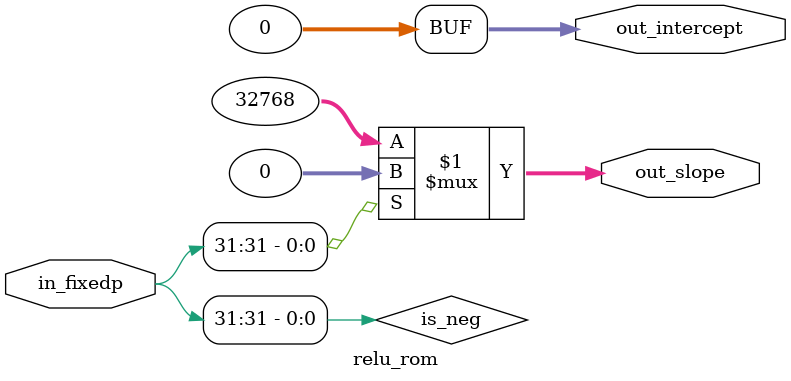
<source format=v>
`timescale 1ns / 1ps

module relu_rom(
input [31:0] in_fixedp,
    output [31:0] out_slope,
    output [31:0] out_intercept
);
    wire is_neg;
    // ReLu
    assign is_neg       = in_fixedp[31];
    assign out_slope    = (is_neg)? 32'd0: 32'h0000_8000;
    assign out_intercept= 32'd0;
endmodule

</source>
